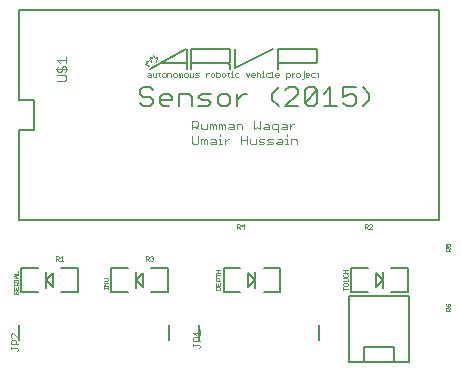
<source format=gto>
G75*
%MOIN*%
%OFA0B0*%
%FSLAX25Y25*%
%IPPOS*%
%LPD*%
%AMOC8*
5,1,8,0,0,1.08239X$1,22.5*
%
%ADD10C,0.00600*%
%ADD11C,0.00300*%
%ADD12C,0.00800*%
%ADD13C,0.00200*%
%ADD14C,0.00500*%
%ADD15C,0.00100*%
D10*
X0048168Y0090800D02*
X0047100Y0091868D01*
X0048168Y0090800D02*
X0050303Y0090800D01*
X0051370Y0091868D01*
X0051370Y0092935D01*
X0050303Y0094003D01*
X0048168Y0094003D01*
X0047100Y0095070D01*
X0047100Y0096138D01*
X0048168Y0097205D01*
X0050303Y0097205D01*
X0051370Y0096138D01*
X0053545Y0094003D02*
X0054613Y0095070D01*
X0056748Y0095070D01*
X0057816Y0094003D01*
X0057816Y0092935D01*
X0053545Y0092935D01*
X0053545Y0091868D02*
X0053545Y0094003D01*
X0053545Y0091868D02*
X0054613Y0090800D01*
X0056748Y0090800D01*
X0059991Y0090800D02*
X0059991Y0095070D01*
X0063194Y0095070D01*
X0064261Y0094003D01*
X0064261Y0090800D01*
X0066436Y0090800D02*
X0069639Y0090800D01*
X0070707Y0091868D01*
X0069639Y0092935D01*
X0067504Y0092935D01*
X0066436Y0094003D01*
X0067504Y0095070D01*
X0070707Y0095070D01*
X0072882Y0094003D02*
X0072882Y0091868D01*
X0073950Y0090800D01*
X0076085Y0090800D01*
X0077152Y0091868D01*
X0077152Y0094003D01*
X0076085Y0095070D01*
X0073950Y0095070D01*
X0072882Y0094003D01*
X0079327Y0095070D02*
X0079327Y0090800D01*
X0079327Y0092935D02*
X0081463Y0095070D01*
X0082530Y0095070D01*
X0091144Y0095070D02*
X0091144Y0092935D01*
X0093279Y0090800D01*
X0095441Y0090800D02*
X0099712Y0095070D01*
X0099712Y0096138D01*
X0098644Y0097205D01*
X0096509Y0097205D01*
X0095441Y0096138D01*
X0093279Y0097205D02*
X0091144Y0095070D01*
X0095441Y0090800D02*
X0099712Y0090800D01*
X0101887Y0091868D02*
X0102954Y0090800D01*
X0105089Y0090800D01*
X0106157Y0091868D01*
X0106157Y0096138D01*
X0101887Y0091868D01*
X0101887Y0096138D01*
X0102954Y0097205D01*
X0105089Y0097205D01*
X0106157Y0096138D01*
X0108332Y0095070D02*
X0110467Y0097205D01*
X0110467Y0090800D01*
X0108332Y0090800D02*
X0112603Y0090800D01*
X0114778Y0091868D02*
X0115845Y0090800D01*
X0117980Y0090800D01*
X0119048Y0091868D01*
X0119048Y0094003D01*
X0117980Y0095070D01*
X0116913Y0095070D01*
X0114778Y0094003D01*
X0114778Y0097205D01*
X0119048Y0097205D01*
X0121223Y0097205D02*
X0123358Y0095070D01*
X0123358Y0092935D01*
X0121223Y0090800D01*
D11*
X0099288Y0079601D02*
X0099288Y0078150D01*
X0099288Y0079601D02*
X0098804Y0080085D01*
X0097353Y0080085D01*
X0097353Y0078150D01*
X0096356Y0078150D02*
X0095388Y0078150D01*
X0095872Y0078150D02*
X0095872Y0080085D01*
X0095388Y0080085D01*
X0095872Y0081052D02*
X0095872Y0081536D01*
X0094377Y0079601D02*
X0094377Y0078150D01*
X0092926Y0078150D01*
X0092442Y0078634D01*
X0092926Y0079117D01*
X0094377Y0079117D01*
X0094377Y0079601D02*
X0093893Y0080085D01*
X0092926Y0080085D01*
X0091430Y0080085D02*
X0089979Y0080085D01*
X0089495Y0079601D01*
X0089979Y0079117D01*
X0090947Y0079117D01*
X0091430Y0078634D01*
X0090947Y0078150D01*
X0089495Y0078150D01*
X0088484Y0078634D02*
X0088000Y0079117D01*
X0087033Y0079117D01*
X0086549Y0079601D01*
X0087033Y0080085D01*
X0088484Y0080085D01*
X0088484Y0078634D02*
X0088000Y0078150D01*
X0086549Y0078150D01*
X0085537Y0078150D02*
X0085537Y0080085D01*
X0083602Y0080085D02*
X0083602Y0078634D01*
X0084086Y0078150D01*
X0085537Y0078150D01*
X0082591Y0078150D02*
X0082591Y0081052D01*
X0082591Y0079601D02*
X0080656Y0079601D01*
X0080656Y0078150D02*
X0080656Y0081052D01*
X0081118Y0083150D02*
X0081118Y0084601D01*
X0080634Y0085085D01*
X0079183Y0085085D01*
X0079183Y0083150D01*
X0078171Y0083150D02*
X0078171Y0084601D01*
X0077687Y0085085D01*
X0076720Y0085085D01*
X0076720Y0084117D02*
X0078171Y0084117D01*
X0078171Y0083150D02*
X0076720Y0083150D01*
X0076236Y0083634D01*
X0076720Y0084117D01*
X0075225Y0084601D02*
X0075225Y0083150D01*
X0074257Y0083150D02*
X0074257Y0084601D01*
X0074741Y0085085D01*
X0075225Y0084601D01*
X0074257Y0084601D02*
X0073773Y0085085D01*
X0073290Y0085085D01*
X0073290Y0083150D01*
X0072278Y0083150D02*
X0072278Y0084601D01*
X0071794Y0085085D01*
X0071311Y0084601D01*
X0071311Y0083150D01*
X0070343Y0083150D02*
X0070343Y0085085D01*
X0070827Y0085085D01*
X0071311Y0084601D01*
X0069331Y0085085D02*
X0069331Y0083150D01*
X0067880Y0083150D01*
X0067397Y0083634D01*
X0067397Y0085085D01*
X0066385Y0085569D02*
X0066385Y0084601D01*
X0065901Y0084117D01*
X0064450Y0084117D01*
X0064450Y0083150D02*
X0064450Y0086052D01*
X0065901Y0086052D01*
X0066385Y0085569D01*
X0065417Y0084117D02*
X0066385Y0083150D01*
X0066385Y0081052D02*
X0066385Y0078634D01*
X0065901Y0078150D01*
X0064934Y0078150D01*
X0064450Y0078634D01*
X0064450Y0081052D01*
X0067397Y0080085D02*
X0067397Y0078150D01*
X0068364Y0078150D02*
X0068364Y0079601D01*
X0068848Y0080085D01*
X0069331Y0079601D01*
X0069331Y0078150D01*
X0070343Y0078634D02*
X0070827Y0079117D01*
X0072278Y0079117D01*
X0072278Y0079601D02*
X0072278Y0078150D01*
X0070827Y0078150D01*
X0070343Y0078634D01*
X0070827Y0080085D02*
X0071794Y0080085D01*
X0072278Y0079601D01*
X0073290Y0080085D02*
X0073773Y0080085D01*
X0073773Y0078150D01*
X0073290Y0078150D02*
X0074257Y0078150D01*
X0075254Y0078150D02*
X0075254Y0080085D01*
X0076221Y0080085D02*
X0075254Y0079117D01*
X0076221Y0080085D02*
X0076705Y0080085D01*
X0073773Y0081052D02*
X0073773Y0081536D01*
X0068364Y0079601D02*
X0067880Y0080085D01*
X0067397Y0080085D01*
X0085076Y0083150D02*
X0086043Y0084117D01*
X0087011Y0083150D01*
X0087011Y0086052D01*
X0088506Y0085085D02*
X0089473Y0085085D01*
X0089957Y0084601D01*
X0089957Y0083150D01*
X0088506Y0083150D01*
X0088022Y0083634D01*
X0088506Y0084117D01*
X0089957Y0084117D01*
X0090969Y0084601D02*
X0090969Y0083634D01*
X0091452Y0083150D01*
X0092904Y0083150D01*
X0092904Y0082183D02*
X0092904Y0085085D01*
X0091452Y0085085D01*
X0090969Y0084601D01*
X0093915Y0083634D02*
X0094399Y0084117D01*
X0095850Y0084117D01*
X0095850Y0084601D02*
X0095850Y0083150D01*
X0094399Y0083150D01*
X0093915Y0083634D01*
X0094399Y0085085D02*
X0095366Y0085085D01*
X0095850Y0084601D01*
X0096862Y0084117D02*
X0097829Y0085085D01*
X0098313Y0085085D01*
X0096862Y0085085D02*
X0096862Y0083150D01*
X0085076Y0083150D02*
X0085076Y0086052D01*
X0022350Y0099794D02*
X0022350Y0100762D01*
X0021866Y0101245D01*
X0019448Y0101245D01*
X0019931Y0102257D02*
X0019448Y0102741D01*
X0019448Y0103708D01*
X0019931Y0104192D01*
X0020899Y0103708D02*
X0020899Y0102741D01*
X0020415Y0102257D01*
X0019931Y0102257D01*
X0018964Y0103224D02*
X0022834Y0103224D01*
X0022350Y0102741D02*
X0022350Y0103708D01*
X0021866Y0104192D01*
X0021383Y0104192D01*
X0020899Y0103708D01*
X0021866Y0102257D02*
X0022350Y0102741D01*
X0022350Y0105203D02*
X0022350Y0107138D01*
X0022350Y0106171D02*
X0019448Y0106171D01*
X0020415Y0105203D01*
X0022350Y0099794D02*
X0021866Y0099310D01*
X0019448Y0099310D01*
D12*
X0011800Y0093000D02*
X0006800Y0093000D01*
X0006800Y0123000D01*
X0146800Y0123000D01*
X0146800Y0053000D01*
X0006800Y0053000D01*
X0006800Y0083000D01*
X0011800Y0083000D01*
X0011800Y0093000D01*
X0012863Y0036937D02*
X0007351Y0036937D01*
X0007351Y0029063D01*
X0012863Y0029063D01*
X0015619Y0030244D02*
X0015619Y0033000D01*
X0017981Y0035362D01*
X0017981Y0030638D01*
X0015619Y0033000D01*
X0015619Y0035756D01*
X0020737Y0036937D02*
X0026249Y0036937D01*
X0026249Y0029063D01*
X0020737Y0029063D01*
X0006800Y0018000D02*
X0006800Y0013000D01*
X0037351Y0029063D02*
X0037351Y0036937D01*
X0042863Y0036937D01*
X0045619Y0035756D02*
X0045619Y0033000D01*
X0047981Y0035362D01*
X0047981Y0030638D01*
X0045619Y0033000D01*
X0045619Y0030244D01*
X0042863Y0029063D02*
X0037351Y0029063D01*
X0050737Y0029063D02*
X0056249Y0029063D01*
X0056249Y0036937D01*
X0050737Y0036937D01*
X0056800Y0018000D02*
X0056800Y0013000D01*
X0066800Y0013000D02*
X0066800Y0018000D01*
X0074851Y0029063D02*
X0080363Y0029063D01*
X0083119Y0030638D02*
X0085481Y0033000D01*
X0083119Y0035362D01*
X0083119Y0030638D01*
X0085481Y0030244D02*
X0085481Y0033000D01*
X0085481Y0035756D01*
X0088237Y0036937D02*
X0093749Y0036937D01*
X0093749Y0029063D01*
X0088237Y0029063D01*
X0080363Y0036937D02*
X0074851Y0036937D01*
X0074851Y0029063D01*
X0106800Y0018000D02*
X0106800Y0013000D01*
X0117351Y0029063D02*
X0122863Y0029063D01*
X0125619Y0030638D02*
X0127981Y0033000D01*
X0125619Y0035362D01*
X0125619Y0030638D01*
X0127981Y0030244D02*
X0127981Y0033000D01*
X0127981Y0035756D01*
X0130737Y0036937D02*
X0136249Y0036937D01*
X0136249Y0029063D01*
X0130737Y0029063D01*
X0122863Y0036937D02*
X0117351Y0036937D01*
X0117351Y0029063D01*
D13*
X0004098Y0010738D02*
X0004098Y0010004D01*
X0004098Y0010371D02*
X0005933Y0010371D01*
X0006300Y0010004D01*
X0006300Y0009637D01*
X0005933Y0009270D01*
X0006300Y0011480D02*
X0004098Y0011480D01*
X0004098Y0012581D01*
X0004465Y0012948D01*
X0005199Y0012948D01*
X0005566Y0012581D01*
X0005566Y0011480D01*
X0006300Y0013690D02*
X0004832Y0015158D01*
X0004465Y0015158D01*
X0004098Y0014791D01*
X0004098Y0014057D01*
X0004465Y0013690D01*
X0006300Y0013690D02*
X0006300Y0015158D01*
X0064798Y0015454D02*
X0067000Y0015454D01*
X0067000Y0014720D02*
X0067000Y0016188D01*
X0065532Y0014720D02*
X0064798Y0015454D01*
X0065165Y0013978D02*
X0065899Y0013978D01*
X0066266Y0013611D01*
X0066266Y0012510D01*
X0067000Y0012510D02*
X0064798Y0012510D01*
X0064798Y0013611D01*
X0065165Y0013978D01*
X0064798Y0011768D02*
X0064798Y0011034D01*
X0064798Y0011401D02*
X0066633Y0011401D01*
X0067000Y0011034D01*
X0067000Y0010667D01*
X0066633Y0010300D01*
X0066261Y0100600D02*
X0065360Y0100600D01*
X0064720Y0100600D02*
X0064720Y0101801D01*
X0065360Y0101501D02*
X0065661Y0101801D01*
X0066561Y0101801D01*
X0066261Y0101201D02*
X0065661Y0101201D01*
X0065360Y0101501D01*
X0066261Y0101201D02*
X0066561Y0100900D01*
X0066261Y0100600D01*
X0064720Y0100600D02*
X0063819Y0100600D01*
X0063519Y0100900D01*
X0063519Y0101801D01*
X0062878Y0101501D02*
X0062878Y0100900D01*
X0062578Y0100600D01*
X0061977Y0100600D01*
X0061677Y0100900D01*
X0061677Y0101501D01*
X0061977Y0101801D01*
X0062578Y0101801D01*
X0062878Y0101501D01*
X0061037Y0101501D02*
X0061037Y0100600D01*
X0060436Y0100600D02*
X0060436Y0101501D01*
X0060736Y0101801D01*
X0061037Y0101501D01*
X0060436Y0101501D02*
X0060136Y0101801D01*
X0059836Y0101801D01*
X0059836Y0100600D01*
X0059195Y0100900D02*
X0059195Y0101501D01*
X0058895Y0101801D01*
X0058294Y0101801D01*
X0057994Y0101501D01*
X0057994Y0100900D01*
X0058294Y0100600D01*
X0058895Y0100600D01*
X0059195Y0100900D01*
X0057353Y0100600D02*
X0057353Y0101501D01*
X0057053Y0101801D01*
X0056152Y0101801D01*
X0056152Y0100600D01*
X0055512Y0100900D02*
X0055512Y0101501D01*
X0055212Y0101801D01*
X0054611Y0101801D01*
X0054311Y0101501D01*
X0054311Y0100900D01*
X0054611Y0100600D01*
X0055212Y0100600D01*
X0055512Y0100900D01*
X0053684Y0100600D02*
X0053383Y0100900D01*
X0053383Y0102101D01*
X0053083Y0101801D02*
X0053684Y0101801D01*
X0052443Y0101801D02*
X0052443Y0100600D01*
X0051542Y0100600D01*
X0051242Y0100900D01*
X0051242Y0101801D01*
X0050601Y0101501D02*
X0050601Y0100600D01*
X0049700Y0100600D01*
X0049400Y0100900D01*
X0049700Y0101201D01*
X0050601Y0101201D01*
X0050601Y0101501D02*
X0050301Y0101801D01*
X0049700Y0101801D01*
X0050000Y0104200D02*
X0048800Y0105100D01*
X0049300Y0105300D01*
X0049000Y0106000D01*
X0049800Y0105800D01*
X0049900Y0106300D01*
X0050700Y0105600D01*
X0050300Y0107200D01*
X0051000Y0106900D01*
X0051500Y0108000D01*
X0052000Y0106900D01*
X0052600Y0107200D01*
X0052200Y0105600D01*
X0069043Y0101801D02*
X0069043Y0100600D01*
X0069043Y0101201D02*
X0069644Y0101801D01*
X0069944Y0101801D01*
X0070578Y0101501D02*
X0070578Y0100900D01*
X0070878Y0100600D01*
X0071479Y0100600D01*
X0071779Y0100900D01*
X0071779Y0101501D01*
X0071479Y0101801D01*
X0070878Y0101801D01*
X0070578Y0101501D01*
X0072420Y0101801D02*
X0073320Y0101801D01*
X0073621Y0101501D01*
X0073621Y0100900D01*
X0073320Y0100600D01*
X0072420Y0100600D01*
X0072420Y0102402D01*
X0074261Y0101501D02*
X0074261Y0100900D01*
X0074561Y0100600D01*
X0075162Y0100600D01*
X0075462Y0100900D01*
X0075462Y0101501D01*
X0075162Y0101801D01*
X0074561Y0101801D01*
X0074261Y0101501D01*
X0076103Y0101801D02*
X0076703Y0101801D01*
X0076403Y0102101D02*
X0076403Y0100900D01*
X0076703Y0100600D01*
X0077330Y0100600D02*
X0077931Y0100600D01*
X0077631Y0100600D02*
X0077631Y0101801D01*
X0077330Y0101801D01*
X0077631Y0102402D02*
X0077631Y0102702D01*
X0078558Y0101501D02*
X0078558Y0100900D01*
X0078858Y0100600D01*
X0079759Y0100600D01*
X0079759Y0101801D02*
X0078858Y0101801D01*
X0078558Y0101501D01*
X0082241Y0101801D02*
X0082842Y0100600D01*
X0083442Y0101801D01*
X0084083Y0101501D02*
X0084383Y0101801D01*
X0084984Y0101801D01*
X0085284Y0101501D01*
X0085284Y0101201D01*
X0084083Y0101201D01*
X0084083Y0101501D02*
X0084083Y0100900D01*
X0084383Y0100600D01*
X0084984Y0100600D01*
X0085924Y0100600D02*
X0085924Y0102402D01*
X0086225Y0101801D02*
X0086825Y0101801D01*
X0087126Y0101501D01*
X0087126Y0100600D01*
X0087766Y0100600D02*
X0088367Y0100600D01*
X0088066Y0100600D02*
X0088066Y0101801D01*
X0087766Y0101801D01*
X0088066Y0102402D02*
X0088066Y0102702D01*
X0088994Y0101501D02*
X0088994Y0100900D01*
X0089294Y0100600D01*
X0090195Y0100600D01*
X0090835Y0100600D02*
X0091436Y0100600D01*
X0091136Y0100600D02*
X0091136Y0102402D01*
X0090835Y0102402D01*
X0090195Y0101801D02*
X0089294Y0101801D01*
X0088994Y0101501D01*
X0086225Y0101801D02*
X0085924Y0101501D01*
X0092063Y0101501D02*
X0092063Y0100900D01*
X0092363Y0100600D01*
X0092964Y0100600D01*
X0093264Y0101201D02*
X0092063Y0101201D01*
X0092063Y0101501D02*
X0092363Y0101801D01*
X0092964Y0101801D01*
X0093264Y0101501D01*
X0093264Y0101201D01*
X0095746Y0101801D02*
X0095746Y0099999D01*
X0095746Y0100600D02*
X0096647Y0100600D01*
X0096947Y0100900D01*
X0096947Y0101501D01*
X0096647Y0101801D01*
X0095746Y0101801D01*
X0097588Y0101801D02*
X0097588Y0100600D01*
X0097588Y0101201D02*
X0098188Y0101801D01*
X0098489Y0101801D01*
X0099122Y0101501D02*
X0099122Y0100900D01*
X0099423Y0100600D01*
X0100023Y0100600D01*
X0100323Y0100900D01*
X0100323Y0101501D01*
X0100023Y0101801D01*
X0099423Y0101801D01*
X0099122Y0101501D01*
X0100964Y0099999D02*
X0101264Y0099999D01*
X0101564Y0100300D01*
X0101564Y0101801D01*
X0101564Y0102402D02*
X0101564Y0102702D01*
X0102492Y0101801D02*
X0103092Y0101801D01*
X0103393Y0101501D01*
X0103393Y0101201D01*
X0102192Y0101201D01*
X0102192Y0101501D02*
X0102192Y0100900D01*
X0102492Y0100600D01*
X0103092Y0100600D01*
X0104033Y0100900D02*
X0104033Y0101501D01*
X0104333Y0101801D01*
X0105234Y0101801D01*
X0105875Y0101801D02*
X0106475Y0101801D01*
X0106175Y0102101D02*
X0106175Y0100900D01*
X0106475Y0100600D01*
X0105234Y0100600D02*
X0104333Y0100600D01*
X0104033Y0100900D01*
X0102492Y0101801D02*
X0102192Y0101501D01*
D14*
X0105400Y0105300D02*
X0093000Y0105300D01*
X0093000Y0103400D01*
X0093000Y0105300D02*
X0093000Y0110000D01*
X0105400Y0110000D01*
X0105451Y0109999D01*
X0105501Y0109994D01*
X0105550Y0109986D01*
X0105599Y0109974D01*
X0105647Y0109959D01*
X0105694Y0109940D01*
X0105739Y0109918D01*
X0105783Y0109893D01*
X0105825Y0109865D01*
X0105864Y0109833D01*
X0105901Y0109799D01*
X0105935Y0109762D01*
X0105967Y0109723D01*
X0105996Y0109682D01*
X0106022Y0109638D01*
X0106044Y0109593D01*
X0106063Y0109547D01*
X0106079Y0109499D01*
X0106091Y0109450D01*
X0106100Y0109400D01*
X0106100Y0106000D01*
X0106100Y0105900D01*
X0106100Y0106000D02*
X0106099Y0105949D01*
X0106094Y0105899D01*
X0106086Y0105850D01*
X0106074Y0105801D01*
X0106059Y0105753D01*
X0106040Y0105706D01*
X0106018Y0105661D01*
X0105993Y0105617D01*
X0105965Y0105575D01*
X0105933Y0105536D01*
X0105899Y0105499D01*
X0105862Y0105465D01*
X0105823Y0105433D01*
X0105782Y0105404D01*
X0105738Y0105378D01*
X0105693Y0105356D01*
X0105647Y0105337D01*
X0105599Y0105321D01*
X0105550Y0105309D01*
X0105500Y0105300D01*
X0091500Y0110000D02*
X0078700Y0103600D01*
X0078700Y0110100D01*
X0077100Y0109400D02*
X0077100Y0106000D01*
X0077100Y0105900D01*
X0077100Y0106000D02*
X0077099Y0105949D01*
X0077094Y0105899D01*
X0077086Y0105850D01*
X0077074Y0105801D01*
X0077059Y0105753D01*
X0077040Y0105706D01*
X0077018Y0105661D01*
X0076993Y0105617D01*
X0076965Y0105575D01*
X0076933Y0105536D01*
X0076899Y0105499D01*
X0076862Y0105465D01*
X0076823Y0105433D01*
X0076782Y0105404D01*
X0076738Y0105378D01*
X0076693Y0105356D01*
X0076647Y0105337D01*
X0076599Y0105321D01*
X0076550Y0105309D01*
X0076500Y0105300D01*
X0076400Y0105300D02*
X0076300Y0105300D01*
X0064000Y0105300D01*
X0064000Y0103400D01*
X0062700Y0103400D02*
X0062700Y0110100D01*
X0062500Y0110000D02*
X0050200Y0103400D01*
X0053800Y0105300D02*
X0062500Y0105300D01*
X0064000Y0105300D02*
X0064000Y0110000D01*
X0076400Y0110000D01*
X0076451Y0109999D01*
X0076501Y0109994D01*
X0076550Y0109986D01*
X0076599Y0109974D01*
X0076647Y0109959D01*
X0076694Y0109940D01*
X0076739Y0109918D01*
X0076783Y0109893D01*
X0076825Y0109865D01*
X0076864Y0109833D01*
X0076901Y0109799D01*
X0076935Y0109762D01*
X0076967Y0109723D01*
X0076996Y0109682D01*
X0077022Y0109638D01*
X0077044Y0109593D01*
X0077063Y0109547D01*
X0077079Y0109499D01*
X0077091Y0109450D01*
X0077100Y0109400D01*
X0077000Y0104800D02*
X0077000Y0103400D01*
X0077000Y0104700D02*
X0076991Y0104750D01*
X0076979Y0104799D01*
X0076963Y0104846D01*
X0076944Y0104893D01*
X0076922Y0104938D01*
X0076896Y0104982D01*
X0076867Y0105023D01*
X0076836Y0105062D01*
X0076801Y0105099D01*
X0076764Y0105133D01*
X0076725Y0105165D01*
X0076683Y0105193D01*
X0076639Y0105218D01*
X0076594Y0105240D01*
X0076547Y0105259D01*
X0076499Y0105275D01*
X0076450Y0105286D01*
X0076400Y0105294D01*
X0076350Y0105299D01*
X0076300Y0105300D01*
X0116800Y0027500D02*
X0136800Y0027500D01*
X0136800Y0005500D01*
X0131800Y0005500D01*
X0131800Y0010500D01*
X0121800Y0010500D01*
X0121800Y0005500D01*
X0116800Y0005500D01*
X0116800Y0027500D01*
X0121800Y0005500D02*
X0131800Y0005500D01*
D15*
X0148849Y0022603D02*
X0148849Y0023354D01*
X0149099Y0023604D01*
X0149599Y0023604D01*
X0149850Y0023354D01*
X0149850Y0022603D01*
X0150350Y0022603D02*
X0148849Y0022603D01*
X0149850Y0023104D02*
X0150350Y0023604D01*
X0150100Y0024077D02*
X0150350Y0024327D01*
X0150350Y0024827D01*
X0150100Y0025078D01*
X0149850Y0025078D01*
X0149599Y0024827D01*
X0149599Y0024077D01*
X0150100Y0024077D01*
X0149599Y0024077D02*
X0149099Y0024577D01*
X0148849Y0025078D01*
X0148849Y0042603D02*
X0148849Y0043354D01*
X0149099Y0043604D01*
X0149599Y0043604D01*
X0149850Y0043354D01*
X0149850Y0042603D01*
X0150350Y0042603D02*
X0148849Y0042603D01*
X0149850Y0043104D02*
X0150350Y0043604D01*
X0150100Y0044077D02*
X0150350Y0044327D01*
X0150350Y0044827D01*
X0150100Y0045078D01*
X0149599Y0045078D01*
X0149349Y0044827D01*
X0149349Y0044577D01*
X0149599Y0044077D01*
X0148849Y0044077D01*
X0148849Y0045078D01*
X0124324Y0050050D02*
X0123323Y0050050D01*
X0124324Y0051051D01*
X0124324Y0051301D01*
X0124074Y0051551D01*
X0123573Y0051551D01*
X0123323Y0051301D01*
X0122851Y0051301D02*
X0122851Y0050801D01*
X0122601Y0050550D01*
X0121850Y0050550D01*
X0121850Y0050050D02*
X0121850Y0051551D01*
X0122601Y0051551D01*
X0122851Y0051301D01*
X0122350Y0050550D02*
X0122851Y0050050D01*
X0116250Y0036444D02*
X0114749Y0036444D01*
X0115499Y0036444D02*
X0115499Y0035443D01*
X0114999Y0034971D02*
X0114749Y0034720D01*
X0114749Y0034220D01*
X0114999Y0033970D01*
X0116000Y0033970D01*
X0116250Y0034220D01*
X0116250Y0034720D01*
X0116000Y0034971D01*
X0116250Y0035443D02*
X0114749Y0035443D01*
X0114749Y0033497D02*
X0116000Y0033497D01*
X0116250Y0033247D01*
X0116250Y0032747D01*
X0116000Y0032497D01*
X0114749Y0032497D01*
X0114999Y0032024D02*
X0114749Y0031774D01*
X0114749Y0031273D01*
X0114999Y0031023D01*
X0116000Y0031023D01*
X0116250Y0031273D01*
X0116250Y0031774D01*
X0116000Y0032024D01*
X0114999Y0032024D01*
X0114749Y0030551D02*
X0114749Y0029550D01*
X0114749Y0030050D02*
X0116250Y0030050D01*
X0081824Y0050801D02*
X0080823Y0050801D01*
X0081574Y0051551D01*
X0081574Y0050050D01*
X0080351Y0050050D02*
X0079850Y0050550D01*
X0080101Y0050550D02*
X0079350Y0050550D01*
X0079350Y0050050D02*
X0079350Y0051551D01*
X0080101Y0051551D01*
X0080351Y0051301D01*
X0080351Y0050801D01*
X0080101Y0050550D01*
X0073750Y0036444D02*
X0072249Y0036444D01*
X0072999Y0036444D02*
X0072999Y0035443D01*
X0072249Y0035443D02*
X0073750Y0035443D01*
X0073750Y0034470D02*
X0072249Y0034470D01*
X0072249Y0033970D02*
X0072249Y0034971D01*
X0072499Y0033497D02*
X0072249Y0033247D01*
X0072249Y0032497D01*
X0073750Y0032497D01*
X0073750Y0032024D02*
X0073750Y0031023D01*
X0072249Y0031023D01*
X0072249Y0032024D01*
X0072999Y0031524D02*
X0072999Y0031023D01*
X0072499Y0030551D02*
X0072249Y0030301D01*
X0072249Y0029550D01*
X0073750Y0029550D01*
X0073750Y0030301D01*
X0073500Y0030551D01*
X0072499Y0030551D01*
X0073250Y0032497D02*
X0073250Y0033247D01*
X0072999Y0033497D01*
X0072499Y0033497D01*
X0051378Y0039700D02*
X0051127Y0039450D01*
X0050627Y0039450D01*
X0050377Y0039700D01*
X0049904Y0039450D02*
X0049404Y0039950D01*
X0049654Y0039950D02*
X0048903Y0039950D01*
X0048903Y0039450D02*
X0048903Y0040951D01*
X0049654Y0040951D01*
X0049904Y0040701D01*
X0049904Y0040201D01*
X0049654Y0039950D01*
X0050377Y0040701D02*
X0050627Y0040951D01*
X0051127Y0040951D01*
X0051378Y0040701D01*
X0051378Y0040451D01*
X0051127Y0040201D01*
X0051378Y0039950D01*
X0051378Y0039700D01*
X0051127Y0040201D02*
X0050877Y0040201D01*
X0036350Y0033327D02*
X0036100Y0033578D01*
X0034849Y0033578D01*
X0034849Y0032577D02*
X0036100Y0032577D01*
X0036350Y0032827D01*
X0036350Y0033327D01*
X0036350Y0032104D02*
X0034849Y0032104D01*
X0035349Y0031604D01*
X0034849Y0031103D01*
X0036350Y0031103D01*
X0036350Y0030622D02*
X0036350Y0030121D01*
X0036350Y0030372D02*
X0034849Y0030372D01*
X0034849Y0030622D02*
X0034849Y0030121D01*
X0021378Y0039450D02*
X0020377Y0039450D01*
X0019904Y0039450D02*
X0019404Y0039950D01*
X0019654Y0039950D02*
X0018903Y0039950D01*
X0018903Y0039450D02*
X0018903Y0040951D01*
X0019654Y0040951D01*
X0019904Y0040701D01*
X0019904Y0040201D01*
X0019654Y0039950D01*
X0020377Y0040451D02*
X0020877Y0040951D01*
X0020877Y0039450D01*
X0006350Y0036078D02*
X0006350Y0035077D01*
X0004849Y0035077D01*
X0005349Y0034604D02*
X0006350Y0034604D01*
X0005599Y0034604D02*
X0005599Y0033603D01*
X0005349Y0033603D02*
X0004849Y0034104D01*
X0005349Y0034604D01*
X0005349Y0033603D02*
X0006350Y0033603D01*
X0006350Y0033122D02*
X0006350Y0032621D01*
X0006350Y0032872D02*
X0004849Y0032872D01*
X0004849Y0033122D02*
X0004849Y0032621D01*
X0005099Y0032149D02*
X0005599Y0032149D01*
X0005850Y0031899D01*
X0005850Y0031148D01*
X0006350Y0031148D02*
X0004849Y0031148D01*
X0004849Y0031899D01*
X0005099Y0032149D01*
X0005850Y0031648D02*
X0006350Y0032149D01*
X0006350Y0030676D02*
X0006350Y0029675D01*
X0004849Y0029675D01*
X0004849Y0030676D01*
X0005599Y0030175D02*
X0005599Y0029675D01*
X0005850Y0029202D02*
X0006100Y0029202D01*
X0006350Y0028952D01*
X0006350Y0028452D01*
X0006100Y0028202D01*
X0005599Y0028452D02*
X0005599Y0028952D01*
X0005850Y0029202D01*
X0005099Y0029202D02*
X0004849Y0028952D01*
X0004849Y0028452D01*
X0005099Y0028202D01*
X0005349Y0028202D01*
X0005599Y0028452D01*
M02*

</source>
